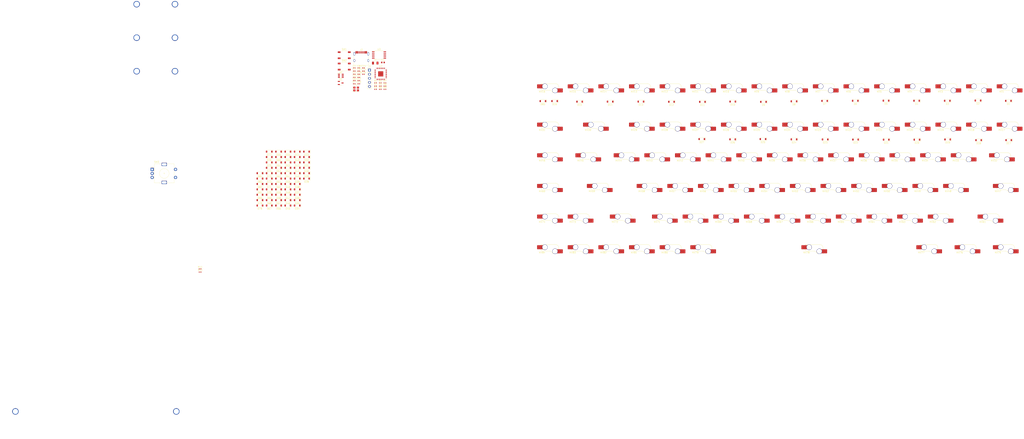
<source format=kicad_pcb>
(kicad_pcb (version 20221018) (generator pcbnew)
  (layers (0 "F.Cu" signal) (31 "B.Cu" signal) (34 "B.Paste" user) (35 "F.Paste" user) (36 "B.SilkS" user "B.Silkscreen") (37 "F.SilkS" user "F.Silkscreen") (38 "B.Mask" user) (39 "F.Mask" user) (44 "Edge.Cuts" user))
  (net 0 "")
  (net 1 "GND")
  (net 2 "+5V")
  (net 3 "+3V3")
  (net 4 "+1V1")
  (net 5 "row0")
  (net 6 "Net-(D1-A)")
  (net 7 "Net-(D2-A)")
  (net 8 "Net-(D3-A)")
  (net 9 "Net-(D4-A)")
  (net 10 "Net-(D5-A)")
  (net 11 "Net-(D6-A)")
  (net 12 "Net-(D7-A)")
  (net 13 "Net-(D8-A)")
  (net 14 "Net-(D9-A)")
  (net 15 "Net-(D10-A)")
  (net 16 "Net-(D11-A)")
  (net 17 "Net-(D12-A)")
  (net 18 "Net-(D13-A)")
  (net 19 "Net-(D14-A)")
  (net 20 "Net-(D15-A)")
  (net 21 "row1")
  (net 22 "Net-(D16-A)")
  (net 23 "Net-(D17-A)")
  (net 24 "Net-(D18-A)")
  (net 25 "Net-(D19-A)")
  (net 26 "Net-(D20-A)")
  (net 27 "Net-(D21-A)")
  (net 28 "Net-(D22-A)")
  (net 29 "Net-(D23-A)")
  (net 30 "Net-(D24-A)")
  (net 31 "Net-(D25-A)")
  (net 32 "Net-(D26-A)")
  (net 33 "Net-(D27-A)")
  (net 34 "Net-(D28-A)")
  (net 35 "Net-(D29-A)")
  (net 36 "Net-(D30-A)")
  (net 37 "row2")
  (net 38 "Net-(D31-A)")
  (net 39 "Net-(D32-A)")
  (net 40 "Net-(D33-A)")
  (net 41 "Net-(D34-A)")
  (net 42 "Net-(D35-A)")
  (net 43 "Net-(D36-A)")
  (net 44 "Net-(D37-A)")
  (net 45 "Net-(D38-A)")
  (net 46 "Net-(D39-A)")
  (net 47 "Net-(D40-A)")
  (net 48 "Net-(D41-A)")
  (net 49 "Net-(D42-A)")
  (net 50 "Net-(D43-A)")
  (net 51 "Net-(D44-A)")
  (net 52 "Net-(D45-A)")
  (net 53 "row3")
  (net 54 "Net-(D46-A)")
  (net 55 "Net-(D47-A)")
  (net 56 "Net-(D48-A)")
  (net 57 "Net-(D49-A)")
  (net 58 "Net-(D50-A)")
  (net 59 "Net-(D51-A)")
  (net 60 "Net-(D52-A)")
  (net 61 "Net-(D53-A)")
  (net 62 "Net-(D54-A)")
  (net 63 "Net-(D55-A)")
  (net 64 "Net-(D56-A)")
  (net 65 "Net-(D57-A)")
  (net 66 "Net-(D58-A)")
  (net 67 "Net-(D59-A)")
  (net 68 "row4")
  (net 69 "Net-(D60-A)")
  (net 70 "Net-(D61-A)")
  (net 71 "Net-(D62-A)")
  (net 72 "Net-(D63-A)")
  (net 73 "Net-(D64-A)")
  (net 74 "Net-(D65-A)")
  (net 75 "Net-(D66-A)")
  (net 76 "Net-(D67-A)")
  (net 77 "Net-(D68-A)")
  (net 78 "Net-(D69-A)")
  (net 79 "Net-(D70-A)")
  (net 80 "Net-(D71-A)")
  (net 81 "Net-(D72-A)")
  (net 82 "Net-(D73-A)")
  (net 83 "Net-(D74-A)")
  (net 84 "Net-(D75-A)")
  (net 85 "Net-(D76-A)")
  (net 86 "Net-(D77-A)")
  (net 87 "Net-(D78-A)")
  (net 88 "Net-(D79-A)")
  (net 89 "Net-(D80-A)")
  (net 90 "Net-(D81-A)")
  (net 91 "Net-(D82-A)")
  (net 92 "Net-(D83-A)")
  (net 93 "VBUS")
  (net 94 "D+")
  (net 95 "D-")
  (net 96 "RESET")
  (net 97 "SWCLK")
  (net 98 "SWD")
  (net 99 "col0")
  (net 100 "col1")
  (net 101 "col2")
  (net 102 "col3")
  (net 103 "col4")
  (net 104 "col5")
  (net 105 "col6")
  (net 106 "col7")
  (net 107 "col8")
  (net 108 "col9")
  (net 109 "col10")
  (net 110 "col11")
  (net 111 "col12")
  (net 112 "col13")
  (net 113 "col14")
  (net 114 "XOUT")
  (net 115 "XIN")
  (net 116 "Q_SEL")
  (net 119 "Q_IO1")
  (net 120 "Q_IO2")
  (net 121 "Q_IO0")
  (net 122 "Q_CLK")
  (net 123 "Q_IO3")
  (net 124 "Net-(D84-A)")
  (net 125 "col15")
  (net 126 "rot2")
  (net 127 "rot1")
  (net 128 "Net-(C10-Pad2)")
  (net 129 "Net-(J2-CC1)")
  (net 131 "Net-(J2-CC2)")
  (net 133 "Net-(U2-USB_DP)")
  (net 134 "Net-(U2-USB_DM)")
  (net 135 "Net-(R3-Pad2)")
  (net 136 "Net-(R6-Pad1)")
  (net 143 "Net-(D85-A)")
  (footprint "Capacitor_SMD:C_0402_1005Metric" (layer "F.Cu") (at -86.225 25.93)
    (fp_text reference "C5")
    (fp_text value "100nF")
  )
  (footprint "Diode_SMD:D_SOD-123" (layer "F.Cu") (at -133.269215 75.37995 180)
    (fp_text reference "D65")
    (fp_text value "V")
  )
  (footprint "PCM_marbastlib-mx:SW_MX_HS_1u" (layer "F.Cu") (at 120.53875 79.38)
    (fp_text reference "MX42")
    (fp_text value "MX_SW_HS" hide)
  )
  (footprint "Capacitor_SMD:C_0402_1005Metric" (layer "F.Cu") (at -86.225 21.99)
    (fp_text reference "C2")
    (fp_text value "100nF")
  )
  (footprint "Diode_SMD:D_SOD-123" (layer "F.Cu") (at -133.269215 102.17995 180)
    (fp_text reference "D57")
    (fp_text value ";")
  )
  (footprint "Diode_SMD:D_SOD-123" (layer "F.Cu") (at -115.884215 72.029949 180)
    (fp_text reference "D33")
    (fp_text value "Q")
  )
  (footprint "PCM_marbastlib-mx:SW_MX_HS_1u" (layer "F.Cu") (at 263.41375 60.33)
    (fp_text reference "MX20")
    (fp_text value "MX_SW_HS" hide)
  )
  (footprint "PCM_marbastlib-mx:SW_MX_HS_1u" (layer "F.Cu") (at 230.07625 98.43)
    (fp_text reference "MX51")
    (fp_text value "MX_SW_HS" hide)
  )
  (footprint "Button_Switch_SMD:SW_SPST_TL3342" (layer "F.Cu") (at -92.435 12.09)
    (fp_text reference "SW1")
    (fp_text value "Flash")
  )
  (footprint "Diode_SMD:D_SOD-123" (layer "F.Cu") (at -144.859215 85.429949 180)
    (fp_text reference "D84")
    (fp_text value "Left")
  )
  (footprint "PCM_marbastlib-mx:SW_MX_HS_1u" (layer "F.Cu") (at 215.78875 79.38)
    (fp_text reference "MX37")
    (fp_text value "MX_SW_HS" hide)
  )
  (footprint "Diode_SMD:D_SOD-123" (layer "F.Cu") (at -121.679214 78.72995 180)
    (fp_text reference "D42")
    (fp_text value "P")
  )
  (footprint "Diode_SMD:D_SOD-123" (layer "F.Cu") (at -139.064214 85.42995 180)
    (fp_text reference "D73")
    (fp_text value "Up")
  )
  (footprint "PCM_marbastlib-mx:SW_MX_HS_1u" (layer "F.Cu") (at 72.91375 36.5175)
    (fp_text reference "MX14")
    (fp_text value "MX_SW_HS" hide)
  )
  (footprint "Diode_SMD:D_SOD-123" (layer "F.Cu") (at -144.859215 105.52995 180)
    (fp_text reference "D78")
    (fp_text value "Space")
  )
  (footprint "PCM_marbastlib-mx:SW_MX_HS_1u" (layer "F.Cu") (at 82.43875 79.38)
    (fp_text reference "MX44")
    (fp_text value "MX_SW_HS" hide)
  )
  (footprint "Diode_SMD:D_SOD-123" (layer "F.Cu") (at -133.269214 105.52995 180)
    (fp_text reference "D56")
    (fp_text value "L")
  )
  (footprint "PCM_marbastlib-mx:SW_MX_HS_1u" (layer "F.Cu") (at 253.88875 79.38)
    (fp_text reference "MX35")
    (fp_text value "MX_SW_HS" hide)
  )
  (footprint "PCM_marbastlib-mx:SW_MX_HS_1u" (layer "F.Cu") (at 111.01375 136.53)
    (fp_text reference "MX80")
    (fp_text value "MX_SW_HS" hide)
  )
  (footprint "Capacitor_SMD:C_0402_1005Metric" (layer "F.Cu") (at -83.355 29.87)
    (fp_text reference "C13")
    (fp_text value "100nF")
  )
  (footprint "Diode_SMD:D_SOD-123" (layer "F.Cu") (at 167.87 64.21 180)
    (fp_text reference "D25")
    (fp_text value "8")
  )
  (footprint "Resistor_SMD:R_0402_1005Metric" (layer "F.Cu") (at -182.05 144.93)
    (fp_text reference "R11")
    (fp_text value "10k")
  )
  (footprint "Diode_SMD:D_SOD-123" (layer "F.Cu") (at 187.1575 64.38 180)
    (fp_text reference "D24")
    (fp_text value "7")
  )
  (footprint "PCM_marbastlib-mx:SW_MX_HS_1u" (layer "F.Cu") (at 106.25125 117.48)
    (fp_text reference "MX71")
    (fp_text value "MX_SW_HS" hide)
  )
  (footprint "PCM_marbastlib-mx:SW_MX_HS_1u" (layer "F.Cu") (at 139.58875 79.38)
    (fp_text reference "MX41")
    (fp_text value "MX_SW_HS" hide)
  )
  (footprint "Diode_SMD:D_SOD-123" (layer "F.Cu") (at 149.03 64.38 180)
    (fp_text reference "D26")
    (fp_text value "9")
  )
  (footprint "Diode_SMD:D_SOD-123" (layer "F.Cu") (at 130.2375 41.07 180)
    (fp_text reference "D11")
    (fp_text value "F10")
  )
  (footprint "Diode_SMD:D_SOD-123" (layer "F.Cu") (at 301.5375 40.26 180)
    (fp_text reference "D2")
    (fp_text value "F1")
  )
  (footprint "PCM_marbastlib-mx:SW_MX_HS_1u" (layer "F.Cu") (at 115.77625 98.43)
    (fp_text reference "MX57")
    (fp_text value "MX_SW_HS" hide)
  )
  (footprint "PCM_marbastlib-mx:STAB_MX_P_2u" (layer "F.Cu") (at -209.57 29.01805)
    (fp_text reference "S3" hide)
    (fp_text value "MX_stab")
  )
  (footprint "Resistor_SMD:R_0402_1005Metric" (layer "F.Cu") (at -70.035 31.31)
    (fp_text reference "R5")
    (fp_text value "5.1k")
  )
  (footprint "Resistor_SMD:R_0402_1005Metric" (layer "F.Cu") (at -72.945 33.3)
    (fp_text reference "R3")
    (fp_text value "5.1k")
  )
  (footprint "Diode_SMD:D_SOD-123" (layer "F.Cu") (at -127.474214 95.47995 180)
    (fp_text reference "D48")
    (fp_text value "A")
  )
  (footprint "PCM_marbastlib-mx:SW_MX_HS_1u" (layer "F.Cu") (at 294.37 136.53)
    (fp_text reference "MX76")
    (fp_text value "MX_SW_HS" hide)
  )
  (footprint "PCM_marbastlib-mx:SW_MX_HS_1u" (layer "F.Cu") (at 130.06375 60.33)
    (fp_text reference "MX27")
    (fp_text value "MX_SW_HS" hide)
  )
  (footprint "PCM_marbastlib-mx:SW_MX_HS_1u" (layer "F.Cu") (at 91.96375 136.53)
    (fp_text reference "MX81")
    (fp_text value "MX_SW_HS" hide)
  )
  (footprint "PCM_marbastlib-mx:SW_MX_HS_1u" (layer "F.Cu") (at 201.50125 117.48)
    (fp_text reference "MX66")
    (fp_text value "MX_SW_HS" hide)
  )
  (footprint "PCM_marbastlib-mx:SW_MX_HS_1u" (layer "F.Cu") (at 263.41375 36.5175)
    (fp_text reference "MX4")
    (fp_text value "MX_SW_HS" hide)
  )
  (footprint "PCM_marbastlib-mx:SW_MX_HS_1u" (layer "F.Cu") (at 239.60125 117.48)
    (fp_text reference "MX64")
    (fp_text value "MX_SW_HS" hide)
  )
  (footprint "Diode_SMD:D_SOD-123" (layer "F.Cu") (at -133.269214 72.02995 180)
    (fp_text reference "D66")
    (fp_text value "B")
  )
  (footprint "Diode_SMD:D_SOD-123" (layer "F.Cu") (at -121.679214 105.52995 180)
    (fp_text reference "D34")
    (fp_text value "W")
  )
  (footprint "PCM_marbastlib-mx:SW_MX_HS_1u" (layer "F.Cu") (at 58.62625 79.38)
    (fp_text reference "MX45")
    (fp_text value "MX_SW_HS" hide)
  )
  (footprint "Button_Switch_SMD:SW_SPST_TL3342" (layer "F.Cu") (at -92.435 19.14)
    (fp_text reference "SW2")
    (fp_text value "Reset")
  )
  (footprint "Fuse:Fuse_1206_3216Metric" (layer "F.Cu") (at -73.165 16.98)
    (fp_text reference "F1")
    (fp_text value "500mA")
  )
  (footprint "Diode_SMD:D_SOD-123" (layer "F.Cu") (at 187.1475 40.75 180)
    (fp_text reference "D8")
    (fp_text value "F7")
  )
  (footprint "Resistor_SMD:R_0402_1005Metric" (layer "F.Cu") (at -67.125 31.31)
    (fp_text reference "R8")
    (fp_text value "1k")
  )
  (footprint "Diode_SMD:D_SOD-123" (layer "F.Cu") (at -133.269216 98.829949 180)
    (fp_text reference "D58")
    (fp_text value "'")
  )
  (footprint "Diode_SMD:D_SOD-123" (layer "F.Cu") (at 206.21 40.48 180)
    (fp_text reference "D7")
    (fp_text value "F6")
  )
  (footprint "Diode_SMD:D_SOD-123" (layer "F.Cu") (at 263.4075 40.39 180)
    (fp_text reference "D4")
    (fp_text value "F3")
  )
  (footprint "PCM_marbastlib-mx:SW_MX_HS_1u" (layer "F.Cu") (at 270.5575 136.53)
    (fp_text reference "MX77")
    (fp_text value "MX_SW_HS" hide)
  )
  (footprint "Resistor_SMD:R_0402_1005Metric" (layer "F.Cu") (at -70.035 33.3)
    (fp_text reference "R6")
    (fp_text value "1k")
  )
  (footprint "Resistor_SMD:R_0402_1005Metric" (layer "F.Cu") (at -67.125 33.3)
    (fp_text reference "R9")
    (fp_text value "5.1k")
  )
  (footprint "Capacitor_SMD:C_0402_1005Metric" (layer "F.Cu") (at -83.355 27.9)
    (fp_text reference "C12")
    (fp_text value "22pF")
  )
  (footprint "PCM_marbastlib-mx:SW_MX_HS_1u" (layer "F.Cu") (at 225.31375 60.33)
    (fp_text reference "MX22")
    (fp_text value "MX_SW_HS" hide)
  )
  (footprint "Diode_SMD:D_SOD-123" (layer "F.Cu") (at -127.474216 88.77995 180)
    (fp_text reference "D50")
    (fp_text value "D")
  )
  (footprint "PCM_marbastlib-mx:SW_MX_HS_1u" (layer "F.Cu") (at 34.81375 79.38)
    (fp_text reference "MX46")
    (fp_text value "MX_SW_HS" hide)
  )
  (footprint "Diode_SMD:D_SOD-123" (layer "F.Cu") (at 149.0875 40.91 180)
    (fp_text reference "D10")
    (fp_text value "F9")
  )
  (footprint "Diode_SMD:D_SOD-123" (layer "F.Cu") (at -133.269214 82.07995 180)
    (fp_text reference "D63")
    (fp_text value "X")
  )
  (footprint "Diode_SMD:D_SOD-123" (layer "F.Cu") (at -133.269215 88.77995 180)
    (fp_text reference "D61")
    (fp_text value "LShift")
  )
  (footprint "Diode_SMD:D_SOD-123" (layer "F.Cu") (at 206.5375 64.44 180)
    (fp_text reference "D23")
    (fp_text value "6")
  )
  (footprint "PCM_marbastlib-mx:SW_MX_HS_1u" (layer "F.Cu") (at 34.81375 136.53)
    (fp_text reference "MX84")
    (fp_text value "MX_SW_HS" hide)
  )
  (footprint "PCM_marbastlib-mx:SW_MX_HS_1u" (layer "F.Cu") (at 206.26375 60.33)
    (fp_text reference "MX23")
    (fp_text value "MX_SW_HS" hide)
  )
  (footprint "PCM_marbastlib-mx:SW_MX_HS_1u" (layer "F.Cu") (at 130.06375 136.53)
    (fp_text reference "MX79")
    (fp_text value "MX_SW_HS" hide)
  )
  (footprint "Resistor_SMD:R_0402_1005Metric" (layer "F.Cu") (at -182.05 146.92)
    (fp_text reference "R12")
    (fp_text value "10k")
  )
  (footprint "PCM_marbastlib-mx:SW_MX_HS_1u" (layer "F.Cu") (at 125.30125 117.48)
    (fp_text reference "MX70")
    (fp_text value "MX_SW_HS" hide)
  )
  (footprint "Diode_SMD:D_SOD-123" (layer "F.Cu") (at 129.85 64.22 180)
    (fp_text reference "D27")
    (fp_text value "0")
  )
  (footprint "PCM_marbastlib-mx:SW_MX_HS_1u" (layer "F.Cu") (at 320.56375 60.33)
    (fp_text reference "MX17")
    (fp_text value "MX_SW_HS" hide)
  )
  (footprint "PCM_marbastlib-mx:SW_MX_HS_1u" (layer "F.Cu") (at 244.36375 60.33)
    (fp_text reference "MX21")
    (fp_text value "MX_SW_HS" hide)
  )
  (footprint "Capacitor_SMD:C_0402_1005Metric" (layer "F.Cu") (at -86.225 29.87)
    (fp_text reference "C7")
    (fp_text value "100nF")
  )
  (footprint "PCM_marbastlib-mx:SW_MX_HS_1u" (layer "F.Cu") (at 172.92625 98.43)
    (fp_text reference "MX54")
    (fp_text value "MX_SW_HS" hide)
  )
  (footprint "Connector_USB:USB_C_Receptacle_HRO_TYPE-C-31-M-12" (layer "F.Cu") (at -81.815 14.36)
    (fp_text reference "J2")
    (fp_text value "USB_C_Receptacle_USB2.0")
  )
  (footprint "Crystal:Crystal_SMD_3225-4Pin_3.2x2.5mm" (layer "F.Cu") (at -85.035 33.08)
    (fp_text reference "Y1")
    (fp_text value "Crystal_GND24_Small")
  )
  (footprint "PCM_marbastlib-mx:SW_MX_HS_1u" (layer "F.Cu") (at 177.68875 79.38)
    (fp_text reference "MX39")
    (fp_text value "MX_SW_HS" hide)
  )
  (footprint "PCM_marbastlib-mx:SW_MX_HS_1u" (layer "F.Cu") (at 225.31375 36.5175)
    (fp_text reference "MX6")
    (fp_text value "MX_SW_HS" hide)
  )
  (footprint "PCM_marbastlib-mx:SW_MX_HS_1u" (layer "F.Cu") (at 318.1825 98.43)
    (fp_text reference "MX47")
    (fp_text value "MX_SW_HS" hide)
  )
  (footprint "Diode_SMD:D_SOD-123" (layer "F.Cu") (at -121.679214 95.479949 180)
    (fp_text reference "D37")
    (fp_text value "T")
  )
  (footprint "Resistor_SMD:R_0402_1005Metric" (layer "F.Cu") (at -70.035 29.32)
    (fp_text reference "R4")
    (fp_text value "5.1k")
  )
  (footprint "PCM_marbastlib-mx:SW_MX_HS_1u" (layer "F.Cu") (at 163.40125 117.48)
    (fp_text reference "MX68")
    (fp_text value "MX_SW_HS" hide)
  )
  (footprint "PCM_marbastlib-mx:SW_MX_HS_1u" (layer "F.Cu") (at 53.86375 136.53)
    (fp_text reference "MX83")
    (fp_text value "MX_SW_HS" hide)
  )
  (footprint "Diode_SMD:D_SOD-123" (layer "F.Cu") (at 72.88 40.94 180)
    (fp_text reference "D14")
    (fp_text value "Del")
  )
  (footprint "PCM_marbastlib-mx:SW_MX_HS_1u" (layer "F.Cu") (at 244.36375 36.5175)
    (fp_text reference "MX5")
    (fp_text value "MX_SW_HS" hide)
  )
  (footprint "Rotary_Encoder:RotaryEncoder_Alps_EC11E-Switch_Vertical_H20mm" (layer "F.Cu") (at -211.82 83.08)
    (fp_text reference "SW3")
    (fp_text value "RotaryEncoder_Switch")
  )
  (footprint "PCM_marbastlib-mx:SW_MX_HS_1u" (layer "F.Cu") (at 282.46375 60.33)
    (fp_text reference "MX19")
    (fp_text value "MX_SW_HS" hide)
  )
  (footprint "Diode_SMD:D_SOD-123" (layer "F.Cu") (at 282.68 64.45 180)
    (fp_text reference "D19")
    (fp_text value "2")
  )
  (footprint "PCM_marbastlib-mx:SW_MX_HS_1u" (layer "F.Cu") (at 72.91375 136.53)
    (fp_text reference "MX82")
    (fp_text value "MX_SW_HS" hide)
  )
  (footprint "Diode_SMD:D_SOD-123" (layer "F.Cu") (at -139.064214 88.77995 180)
    (fp_text reference "D72")
    (fp_text value "RShift")
  )
  (footprint "Capacitor_SMD:C_0603_1608Metric" (layer "F.Cu") (at -68.355 16.59)
    (fp_text reference "C3")
    (fp_text value "10uF")
  )
  (footprint "PCM_marbastlib-mx:STAB_MX_P_2u" (layer "F.Cu") (at -209.57 8.18415)
    (fp_text reference "S2" hide)
    (fp_text value "MX_stab")
  )
  (footprint "Diode_SMD:D_SOD-123" (layer "F.Cu") (at -144.859215 95.479949 180)
    (fp_text reference "D81")
    (fp_text value "RCtrl")
  )
  (footprint "PCM_marbastlib-mx:SW_MX_HS_1u" (layer "F.Cu") (at 111.01375 36.5175)
    (fp_text reference "MX12")
    (fp_text value "MX_SW_HS" hide)
  )
  (footprint "PCM_marbastlib-mx:SW_MX_HS_1u" (layer "F.Cu") (at 187.21375 36.5175)
    (fp_text reference "MX8")
    (fp_text value "MX_SW_HS" hide)
  )
  (footprint "PCM_marbastlib-mx:SW_MX_HS_1u" (layer "F.Cu") (at 249.12625 98.43)
    (fp_text reference "MX50")
    (fp_text value "MX_SW_HS" hide)
  )
  (footprint "Connector_PinHeader_2.54mm:PinHeader_1x05_P2.54mm_Vertical" (layer "F.Cu") (at -76.725 21.36)
    (fp_text reference "J1")
    (fp_text value "Conn_01x05")
  )
  (footprint "Diode_SMD:D_SOD-123" (layer "F.Cu") (at -121.679214 92.12995 180)
    (fp_text reference "D38")
    (fp_text value "Y")
  )
  (footprint "PCM_marbastlib-mx:STAB_MX_P_6.25u" (layer "F.Cu") (at -246.83875 240.52)
    (fp_text reference "S4" hide)
    (fp_text value "MX_stab")
  )
  (footprint "Diode_SMD:D_SOD-123" (layer "F.Cu") (at -121.679214 88.77995 180)
    (fp_text reference "D39")
    (fp_text value "U")
  )
  (footprint "Diode_SMD:D_SOD-123" (layer "F.Cu") (at -115.884214 88.77995 180)
    (fp_text reference "D28")
    (fp_text value "-")
  )
  (footprint "PCM_marbastlib-mx:SW_MX_HS_1u" (layer "F.Cu") (at 211.02625 98.43)
    (fp_text reference "MX52")
    (fp_text value "MX_SW_HS" hide)
  )
  (footprint "PCM_marbastlib-mx:SW_MX_HS_1u" (layer "F.Cu") (at 272.93875 79.38)
    (fp_text reference "MX34")
    (fp_text value "MX_SW_HS" hide)
  )
  (footprint "Diode_SMD:D_SOD-123" (layer "F.Cu") (at -139.064214 72.02995 180)
    (fp_text reference "D77")
    (fp_text value "Alt")
  )
  (footprint "PCM_marbastlib-mx:SW_MX_HS_1u" (layer "F.Cu") (at 277.70125 117.48)
    (fp_text reference "MX62")
    (fp_text value "MX_SW_HS" hide)
  )
  (footprint "Diode_SMD:D_SOD-123" (layer "F.Cu") (at -127.474214 82.07995 180)
    (fp_text reference "D52")
    (fp_text value "G")
  )
  (footprint "Diode_SMD:D_SOD-123" (layer "F.Cu") (at -121.679215 98.829949 180)
    (fp_text reference "D36")
    (fp_text value "R")
  )
  (footprint "PCM_marbastlib-mx:SW_MX_HS_1u" (layer "F.Cu") (at 191.97625 98.43)
    (fp_text reference "MX53")
    (fp_text value "MX_SW_HS" hide)
  )
  (footprint "Diode_SMD:D_SOD-123" (layer "F.Cu") (at -133.269214 95.47995 180)
    (fp_text reference "D59")
    (fp_text value "Enter")
  )
  (footprint "PCM_marbastlib-mx:SW_MX_HS_1u" (layer "F.Cu") (at 144.35125 117.48)
    (fp_text reference "MX69")
    (fp_text value "MX_SW_HS" hide)
  )
  (footprint "PCM_marbastlib-mx:SW_MX_HS_1u" (layer "F.Cu") (at 268.17625 98.43)
    (fp_text reference "MX49")
    (fp_text value "MX_SW_HS" hide)
  )
  (footprint "Diode_SMD:D_SOD-123" (layer "F.Cu") (at -139.064214 78.729949 180)
    (fp_text reference "D75")
    (fp_text value "LCtrl")
  )
  (footprint "Diode_SMD:D_SOD-123" (layer "F.Cu") (at 38.3575 40.6 180)
    (fp_text reference "D16")
    (fp_text value "???")
  )
  (footprint "PCM_marbastlib-mx:SW_MX_HS_1u" (layer "F.Cu") (at 320.56375 36.5175)
    (fp_text reference "MX1")
    (fp_text value "MX_SW_HS" hide)
  )
  (footprint "Diode_SMD:D_SOD-123" (layer "F.Cu") (at -127.474215 78.729949 180)
    (fp_text reference "D53")
    (fp_text value "H")
  )
  (footprint "Diode_SMD:D_SOD-123" (layer "F.Cu") (at 301.9475 64.89 180)
    (fp_text reference "D18")
    (fp_text value "1")
  )
  (footprint "Diode_SMD:D_SOD-123" (layer "F.Cu") (at -127.474214 72.02995 180)
    (fp_text reference "D55")
    (fp_text value "K")
  )
  (footprint "Diode_SMD:D_SOD-123" (layer "F.Cu") (at -144.859214 102.17995 180)
    (fp_text reference "D79")
    (fp_text value "Alt")
  )
  (footprint "PCM_marbastlib-mx:SW_MX_HS_1u" (layer "F.Cu") (at 34.81375 117.48)
    (fp_text reference "MX74")
    (fp_text value "MX_SW_HS" hide)
  )
  (footprint "PCM_marbastlib-mx:SW_MX_HS_1u" (layer "F.Cu") (at 80.0575 117.48)
    (fp_text reference "MX72")
    (fp_text value "MX_SW_HS" hide)
  )
  (footprint "Diode_SMD:D_SOD-123" (layer "F.Cu") (at 320.44 40.45 180)
    (fp_text reference "D1")
    (fp_text value "ESC")
  )
  (footprint "Diode_SMD:D_SOD-123" (layer "F.Cu") (at 168.18 41.07 180)
    (fp_text reference "D9")
    (fp_text value "F8")
  )
  (footprint "Diode_SMD:D_SOD-123" (layer "F.Cu") (at -121.679214 72.029949 180)
    (fp_text reference "D44")
    (fp_text value "]")
  )
  (footprint "Diode_SMD:D_SOD-123" (layer "F.Cu") (at -144.859215 98.829949 180)
    (fp_text reference "D80")
    (fp_text value "FN")
  )
  (footprint "Diode_SMD:D_SOD-123" (layer "F.Cu") (at -127.474215 85.429949 180)
    (fp_text reference "D51")
    (fp_text value "F")
  )
  (footprint "PCM_marbastlib-mx:SW_MX_HS_1u" (layer "F.Cu") (at 53.86375 36.5175)
    (fp_text reference "MX15")
    (fp_text value "MX_SW_HS" hide)
  )
  (footprint "PCM_marbastlib-mx:SW_MX_HS_1u" (layer "F.Cu") (at 182.45125 117.48)
    (fp_text reference "MX67")
    (fp_text value "MX_SW_HS" hide)
  )
  (footprint "Diode_SMD:D_SOD-123" (layer "F.Cu") (at 31.0675 40.62 180)
    (fp_text reference "D85")
    (fp_text value "Knob")
  )
  (footprint "PCM_marbastlib-mx:SW_MX_HS_1u" (layer "F.Cu") (at 258.65125 117.48)
    (fp_text reference "MX63")
    (fp_text value "MX_SW_HS" hide)
  )
  (footprint "PCM_marbastlib-mx:SW_MX_HS_1u" (layer "F.Cu") (at 63.38875 60.33)
    (fp_text reference "MX30")
    (fp_text value "MX_SW_HS" hide)
  )
  (footprint "Diode_SMD:D_SOD-123" (layer "F.Cu") (at 263.58 64.59 180)
    (fp_text reference "D20")
    (fp_text value "3")
  )
  (footprint "Diode_SMD:D_SOD-123" (layer "F.Cu") (at -133.269216 78.729949 180)
    (fp_text reference "D64")
    (fp_text value "C")
  )
  (footprint "Diode_SMD:D_SOD-123" (layer "F.Cu") (at -121.679214 102.17995 180)
    (fp_text reference "D35")
    (fp_text value "E")
  )
  (footprint "PCM_marbastlib-mx:SW_MX_HS_1u" (layer "F.Cu") (at 34.81375 60.33)
    (fp_text reference "MX31")
    (fp_text value "MX_SW_HS" hide)
  )
  (footprint "PCM_marbastlib-mx:SW_MX_HS_1u" (layer "F.Cu") (at 101.48875 79.38)
    (fp_text reference "MX43")
    (fp_text value "MX_SW_HS" hide)
  )
  (footprint "Capacitor_SMD:C_0402_1005Metric" (layer "F.Cu") (at -80.485 21.99)
    (fp_text reference "C15")
    (fp_text value "100nF")
  )
  (footprint "Diode_SMD:D_SOD-123" (layer "F.Cu") (at 282.4575 40.4 180)
    (fp_text reference "D3")
    (fp_text value "F2")
  )
  (footprint "Diode_SMD:D_SOD-123" (layer "F.Cu") (at -121.679214 75.37995 180)
    (fp_text reference "D43")
    (fp_text value "[")
  )
  (footprint "Capacitor_SMD:C_0402_1005Metric" (layer "F.Cu") (at -80.485 23.96)
    (fp_text reference "C16")
    (fp_text value "100nF")
  )
  (footprint "PCM_marbastlib-mx:SW_MX_HS_1u" (layer "F.Cu") (at 234.83875 79.38)
    (fp_text reference "MX36")
    (fp_text value "MX_SW_HS" hide)
  )
  (footprint "Capacitor_SMD:C_0402_1005Metric" (layer "F.Cu") (at -86.225 23.96)
    (fp_text reference "C4")
    (fp_text value "1uF")
  )
  (footprint "Resistor_SMD:R_0402_1005Metric" (layer "F.Cu") (at -72.945 31.31)
    (fp_text reference "R2")
    (fp_text value "27")
  )
  (footprint "Package_SO:SOIC-8_5.23x5.23mm_P1.27mm" (layer "F.Cu") (at -70.795 11.95)
    (fp_text reference "U3")
    (fp_text value "W25Q128JVS")
  )
  (footprint "Diode_SMD:D_SOD-123" (layer "F.Cu") (at 244.4975 64.58 180)
    (fp_text reference "D21")
    (fp_text value "4")
  )
  (footprint "PCM_marbastlib-mx:SW_MX_HS_1u" (layer "F.Cu") (at 196.73875 79.38)
    (fp_text reference "MX38")
    (fp_text value "MX_SW_HS" hide)
  )
  (footprint "PCM_marbastlib-mx:SW_MX_HS_1u" (layer "F.Cu") (at 130.06375 36.5175)
    (fp_text reference "MX11")
    (fp_text value "MX_SW_HS" hide)
  )
  (footprint "PCM_marbastlib-mx:SW_MX_HS_1u" (layer "F.Cu") (at 318.1825 136.53)
    (fp_text reference "MX75")
    (fp_text value "MX_SW_HS" hide)
  )
  (footprint "PCM_marbastlib-mx:SW_MX_HS_1u" (layer "F.Cu") (at 199.12 136.53)
    (fp_text reference "MX78")
    (fp_text value "MX_SW_HS" hide)
  )
  (footprint "Diode_SMD:D_SOD-123" (layer "F.Cu") (at -127.474215 98.829949 180)
    (fp_text reference "D47")
    (fp_text value "CapsLock")
  )
  (footprint "PCM_marbastlib-mx:SW_MX_HS_1u" (layer "F.Cu") (at 301.51375 36.5175)
    (fp_text reference "MX2")
    (fp_text value "MX_SW_HS" hide)
  )
  (footprint "PCM_marbastlib-mx:SW_MX_HS_1u" (layer "F.Cu") (at 187.21375 60.33)
    (fp_text reference "MX24")
    (fp_text value "MX_SW_HS" hide)
  )
  (footprint "Diode_SMD:D_SOD-123" (layer "F.Cu") (at 225.4375 64.51 180)
    (fp_text reference "D22")
    (fp_text value "5")
  )
  (footprint "Diode_SMD:D_SOD-123" (layer "F.Cu") (at -115.884215 82.07995 180)
    (fp_text reference "D30")
    (fp_text value "Backspace")
  )
  (footprint "PCM_marbastlib-mx:SW_MX_HS_1u" (layer "F.Cu") (at 291.98875 79.38)
    (fp_text reference "MX33")
    (fp_text value "MX_SW_HS" hide)
  )
  (footprint "Diode_SMD:D_SOD-123" (layer "F.Cu") (at -121.679214 85.429949 180)
    (fp_text reference "D40")
    (fp_text value "I")
  )
  (footprint "Package_TO_SOT_SMD:SOT-23-3" (layer "F.Cu") (at -94.635 29.34)
    (fp_text reference "U1")
    (fp_text value "XC6206PxxxMR")
  )
  (footprint "PCM_marbastlib-mx:SW_MX_HS_1u" (layer "F.Cu") (at 34.81375 36.5175)
    (fp_text reference "MX16")
    (fp_text value "MX_SW_HS" hide)
  )
  (footprint "Diode_SMD:D_SOD-123" (layer "F.Cu") (at -139.064214 95.47995 180)
    (fp_text reference "D70")
    (fp_text value ".")
  )
  (footprint "PCM_marbastlib-mx:SW_MX_HS_1u" (layer "F.Cu") (at 282.46375 36.5175)
    (fp_text reference "MX3")
    (fp_text value "MX_SW_HS" hide)
  )
  (footprint "PCM_marbastlib-mx:SW_MX_HS_1u" (layer "F.Cu") (at 96.72625 98.43)
    (fp_text reference "MX58")
    (fp_text value "MX_SW_HS" hide)
  )
  (footprint "Diode_SMD:D_SOD-123" (layer "F.Cu") (at -133.269215 92.129949 180)
    (fp_text reference "D60")
    (fp_text value "PgDn")
  )
  (footprint "PCM_marbastlib-various:SOT-23-6-routable" (layer "F.Cu") (at -94.55 24.89)
    (fp_text reference "U4")
    (fp_text value "SRV05-4")
  )
  (footprint "Diode_SMD:D_SOD-123" (layer "F.Cu") (at -127.474215 102.179949 180)
    (fp_text reference "D46")
    (fp_text value "PgUp")
  )
  (footprint "Capacitor_SMD:C_0402_1005Metric" (layer "F.Cu") (at -83.355 20.02)
    (fp_text reference "C8")
    (fp_text value "1uF")
  )
  (footprint "PCM_marbastlib-mx:SW_MX_HS_1u" (layer "F.Cu") (at 134.82625 98.43)
    (fp_text reference "MX56")
    (fp_text value "MX_SW_HS" hide)
  )
  (footprint "Diode_SMD:D_SOD-123" (layer "F.Cu") (at -144.859215 92.129949 180)
    (fp_text reference "D82")
    (fp_text value "Right")
  )
  (footprint "Capacitor_SMD:C_0402_1005Metric" (layer "F.Cu") (at -80.485 20.02)
    (fp_text reference "C14")
    (fp_text value "100nF")
  )
  (footprint "PCM_marbastlib-mx:STAB_MX_P_2u" (layer "F.Cu") (at -209.57 -12.64975)
    (fp_text reference "S1" hide)
    (fp_text value "MX_stab")
  )
  (footprint "PCM_marbastlib-mx:SW_MX_HS_1u" (layer "F.Cu") (at 287.22625 98.43)
    (fp_text reference "MX48")
    (fp_text value "MX_SW_HS" hide)
  )
  (footprint "Diode_SMD:D_SOD-123" (layer "F.Cu") (at -115.884214 78.72995 180)
    (fp_text reference "D31")
    (fp_text value "End")
  )
  (footprint "Diode_SMD:D_SOD-123" (layer "F.Cu") (at 111 41.03 180)
    (fp_text reference "D12")
    (fp_text value "F11")
  )
  (footprint "Diode_SMD:D_SOD-123" (layer "F.Cu") (at -121.679214 82.07995 180)
    (fp_text reference "D41")
    (fp_text value "O")
  )
  (footprint "PCM_marbastlib-mx:SW_MX_HS_1u" (layer "F.Cu") (at 149.11375 36.5175)
    (fp_text reference "MX10")
    (fp_text value "MX_SW_HS" hide)
  )
  (footprint "PCM_marbastlib-mx:SW_MX_HS_1u" (layer "F.Cu") (at 168.16375 60.33)
    (fp_text reference "MX25")
    (fp_text value "MX_SW_HS" hide)
  )
  (footprint "PCM_marbastlib-mx:SW_MX_HS_1u" (layer "F.Cu") (at 301.51375 60.33)
    (fp_text reference "MX18")
    (fp_text value "MX_SW_HS" hide)
  )
  (footprint "Capacitor_SMD:C_0402_1005Metric" (layer "F.Cu") (at -83.355 23.96)
    (fp_text reference "C10")
    (fp_text value "22pF")
  )
  (footprint "Diode_SMD:D_SOD-123" (layer "F.Cu") (at 91.9975 40.93 180)
    (fp_text reference "D13")
    (fp_text value "F12")
  )
  (footprint "PCM_marbastlib-mx:SW_MX_HS_1u" (layer "F.Cu") (at 91.96375 36.5175)
    (fp_text reference "MX13")
    (fp_text value "MX_SW_HS" hide)
  )
  (footprint "Capacitor_SMD:C_0402_1005Metric" (layer "F.Cu") (at -83.355 21.99)
    (fp_text reference "C9")
    (fp_text value "1uF")
  )
  (footprint "Diode_SMD:D_SOD-123" (layer "F.Cu") (at 53.8975 40.96 180)
    (fp_text reference "D15")
    (fp_text value "Ins")
  )
  (footprint "PCM_marbastlib-mx:SW_MX_HS_1u" (layer "F.Cu") (at 206.26375 36.5175)
    (fp_text reference "MX7")
    (fp_text value "MX_SW_HS" hide)
  )
  (footprint "PCM_marbastlib-mx:SW_MX_HS_1u" (layer "F.Cu") (at 158.63875 79.38)
    (fp_text reference "MX40")
    (fp_text value "MX_SW_HS" hide)
  )
  (footprint "Diode_SMD:D_SOD-123" (layer "F.Cu") (at -127.474215 92.129949 180)
    (fp_text reference "D49")
    (fp_text value "S")
  )
  (footprint "PCM_marbastlib-mx:SW_MX_HS_1u" (layer "F.Cu") (at 149.11375 60.33)
    (fp_text reference "MX26")
    (fp_text value "MX_SW_HS" hide)
  )
  (footprint "Diode_SMD:D_SOD-123" (layer "F.Cu") (at -139.064214 92.129949 180)
    (fp_text reference "D71")
    (fp_text value "/")
  )
  (footprint "Capacitor_SMD:C_0402_1005Metric" (layer "F.Cu") (at -83.355 25.93)
    (fp_text reference "C11")
    (fp_text value "1uF")
  )
  (footprint "Package_DFN_QFN:QFN-56-1EP_7x7mm_P0.4mm_EP3.2x3.2mm" (layer "F.Cu") (at -69.755 23.68)
    (fp_text reference "U2")
    (fp_text value "RP2040")
  )
  (footprint "Capacitor_SMD:C_0402_1005Metric" (layer "F.Cu") (at -86.225 27.9)
    (fp_text reference "C6")
    (fp_text value "100nF")
  )
  (footprint "Diode_SMD:D_SOD-123" (layer "F.Cu") (at -133.269214 85.42995 180)
    (fp_text reference "D62")
    (fp_text value "Z")
  )
  (footprint "Diode_SMD:D_SOD-123" (layer "F.Cu") (at -115.884214 75.37995 180)
    (fp_text reference "D32")
    (fp_text value "Tab")
  )
  (footprint "Capacitor_SMD:C_0402_1005Metric" (layer "F.Cu") (at -86.225 20.02)
    (fp_text reference "C1")
    (fp_text value "1uF")
  )
  (footprint "PCM_marbastlib-mx:SW_MX_HS_1u" (layer "F.Cu") (at 315.80125 79.38)
    (fp_text reference "MX32")
    (fp_text value "MX_SW_HS" hide)
  )
  (footprint "Resistor_SMD:R_0402_1005Metric" (layer "F.Cu") (at -72.945 29.32)
    (fp_text reference "R1")
    (fp_text value "27")
  )
  (footprint "PCM_marbastlib-mx:SW_MX_HS_1u" (layer "F.Cu") (at 91.96375 60.33)
    (fp_text reference "MX29")
    (fp_text value "MX_SW_HS" hide)
  )
  (footprint "Diode_SMD:D_SOD-123" (layer "F.Cu") (at 225.2575 40.41 180)
    (fp_text reference "D6")
    (fp_text value "F5")
  )
  (footprint "PCM_marbastlib-mx:SW_MX_HS_1u" (layer "F.Cu") (at 168.16375 36.5175)
    (fp_text reference "MX9")
    (fp_text value "MX_SW_HS" hide)
  )
  (footprint "Resistor_SMD:R_0402_1005Metric" (layer "F.Cu") (at -67.125 29.32)
    (fp_text reference "R7")
    (fp_text value "5.1k")
  )
  (footprint "PCM_marbastlib-mx:SW_MX_HS_1u" (layer "F.Cu") (at 308.6575 117.48)
    (fp_text reference "MX61")
    (fp_text value "MX_SW_HS" hide)
  )
  (footprint "PCM_marbastlib-mx:SW_MX_HS_1u" (layer "F.Cu") (at 53.86375 117.48)
    (fp_text reference "MX73")
    (fp_text value "MX_SW_HS" hide)
  )
  (footprint "Diode_SMD:D_SOD-123" (layer "F.Cu") (at 244.37 40.34 180)
    (fp_text reference "D5")
    (fp_text value "F4")
  )
  (footprint "PCM_marbastlib-mx:SW_MX_HS_1u" (layer "F.Cu") (at 220.55125 117.48)
    (fp_text reference "MX65")
    (fp_text value "MX_SW_HS" hide)
  )
  (footprint "Diode_SMD:D_SOD-123" (layer "F.Cu") (at -139.064214 102.179949 180)
    (fp_text reference "D68")
    (fp_text value "M")
  )
  (footprint "PCM_marbastlib-mx:SW_MX_HS_1u" (layer "F.Cu") (at 34.81375 98.43)
    (fp_text reference "MX60")
    (fp_text value "MX_SW_HS" hide)
  )
  (footprint "Diode_SMD:D_SOD-123" (layer "F.Cu") (at -139.064214 82.07995 180)
    (fp_text reference "D74")
    (fp_text value "Home")
  )
  (footprint "Diode_SMD:D_SOD-123" (layer "F.Cu") (at -127.474215 75.37995 180)
    (fp_text reference "D54")
    (fp_text value "J")
  )
  (footprint "PCM_marbastlib-mx:SW_MX_HS_1u" (layer "F.Cu") (at 153.87625 98.43)
    (fp_text reference "MX55")
    (fp_text value "MX_SW_HS" hide)
  )
  (footprint "PCM_marbastlib-mx:SW_MX_HS_1u" (layer "F.Cu") (at 65.77 98.43)
    (fp_text reference "MX59")
    (fp_text value "MX_SW_HS" hide)
  )
  (footprint "Diode_SMD:D_SOD-123" (layer "F.Cu") (at -139.064214 105.52995 180)
    (fp_text reference "D67")
    (fp_text value "N")
  )
  (footprint "Diode_SMD:D_SOD-123" (layer "F.Cu") (at -115.884215 85.429949 180)
    (fp_text reference "D29")
    (fp_text value "+")
  )
  (footprint "Diode_SMD:D_SOD-123" (layer "F.Cu") (at -144.859214 88.77995 180)
    (fp_text reference "D83")
    (fp_text value "Down")
  )
  (footprint "Diode_SMD:D_SOD-123" (layer "F.Cu") (at -127.474214 105.52995 180)
    (fp_text reference "D45")
    (fp_text value "\\")
  )
  (footprint "PCM_marbastlib-mx:SW_MX_HS_1u" (layer "F.Cu") (at 111.01375 60.33)
    (fp_text reference "MX28")
    (fp_text value "MX_SW_HS" hide)
  )
  (footprint "Diode_SMD:D_SOD-123" (layer "F.Cu") (at -139.064214 75.37995 180)
    (fp_text reference "D76")
    (fp_text value "Win")
  )
  (footprint "Diode_SMD:D_SOD-123" (layer "F.Cu") (at -139.064214 98.82995 180)
    (fp_text reference "D69")
    (fp_text value ",")
  )
  (footprint "Diode_SMD:D_SOD-123" (layer "F.Cu") (at 320.6475 64.87 180)
    (fp_text reference "D17")
    (fp_text value "`/~")
  )
)
</source>
